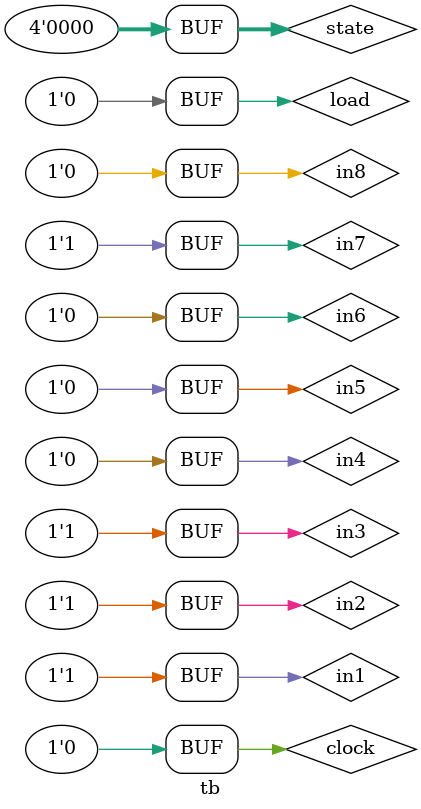
<source format=v>

/*******************************************************************************
 *
 * simulation source: [tb.v]
 *
 ******************************************************************************/

//`define SIM_CYCLE 'h400000000

//
// small value for testing
//
`define SIM_CYCLE 5000
//`timescale 100s/1s
module tb;
reg   load;
reg			clock;
reg		[3:0]	state;
reg		  in1;
reg		  in2;
reg		  in3;
reg		 	in4;
reg		 	in5;
reg		 	in6;
reg		 	in7;
reg		 	in8;
wire   out1;
wire   out2;
wire	  out3;
wire	  out4;
wire	 	out5;
wire	 	out6;
wire	 	out7;
wire	 	out8;


initial begin
  state=4'b0000;
  load = 0;
  in1 = 0;
  in2 = 0;
  in3 = 0;
  in4 = 0;
  in5 = 0;
  in6 = 0;
  in7 = 0;
  in8 = 0;
  #30
    in1<=1;     in2<=0;     in3<=1;     in4<=0; 
  #40
    in5<=0;     in6<=1;     in7<=0;     in8<=1;
  #40
    load<=1;
  #40  
    load<=0;
  #40
    in1<=1;     in2<=1;     in3<=1;     in4<=0;
  #40
    in5<=0;     in6<=0;     in7<=1;     in8<=0;
  #40
    load<=1;
  #40  
    load<=0;
end
always begin
  //@(posedge clk);
    # 20 clock = 1; 
    # 20 clock = ~clock;
end
a1021 m(
	.in1(in1),
	.in2(in2),
	.in3(in3),
	.in4(in4),
	.in5(in5),
	.in6(in6),
	.in7(in7),
	.in8(in8),
	.clock(clock),
	.load(load),
	.out1(out1),
	.out2(out2),
	.out3(out3),
	.out4(out4),
	.out5(out5),
	.out6(out6),
	.out7(out7),
	.out8(out8)
);
endmodule

</source>
